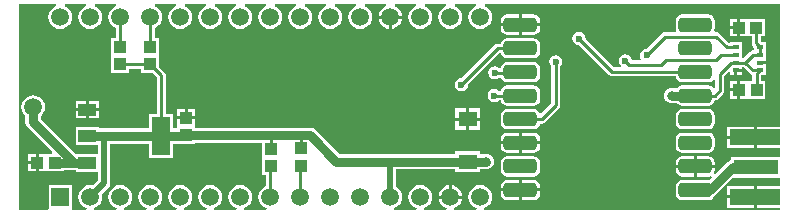
<source format=gtl>
G04*
G04 #@! TF.GenerationSoftware,Altium Limited,Altium Designer,18.1.8 (232)*
G04*
G04 Layer_Physical_Order=1*
G04 Layer_Color=255*
%FSLAX25Y25*%
%MOIN*%
G70*
G01*
G75*
%ADD26R,0.05906X0.12795*%
%ADD27R,0.05906X0.03937*%
G04:AMPARAMS|DCode=28|XSize=110.24mil|YSize=47.24mil|CornerRadius=11.81mil|HoleSize=0mil|Usage=FLASHONLY|Rotation=180.000|XOffset=0mil|YOffset=0mil|HoleType=Round|Shape=RoundedRectangle|*
%AMROUNDEDRECTD28*
21,1,0.11024,0.02362,0,0,180.0*
21,1,0.08661,0.04724,0,0,180.0*
1,1,0.02362,-0.04331,0.01181*
1,1,0.02362,0.04331,0.01181*
1,1,0.02362,0.04331,-0.01181*
1,1,0.02362,-0.04331,-0.01181*
%
%ADD28ROUNDEDRECTD28*%
%ADD29R,0.14961X0.05000*%
%ADD30R,0.16535X0.05315*%
%ADD31R,0.03937X0.03937*%
%ADD32R,0.01968X0.01378*%
%ADD33R,0.03937X0.03937*%
%ADD34R,0.06299X0.05118*%
%ADD35C,0.03000*%
%ADD36C,0.01000*%
%ADD37C,0.02000*%
%ADD38C,0.03937*%
%ADD39C,0.05906*%
%ADD40R,0.05906X0.05906*%
%ADD41C,0.02362*%
%ADD42C,0.03150*%
G36*
X254880Y28998D02*
X247100D01*
Y25341D01*
Y21684D01*
X254880D01*
Y19000D01*
X238526D01*
Y17915D01*
X238225Y17855D01*
X237398Y17302D01*
X233303Y13208D01*
X232915Y13527D01*
X233019Y13683D01*
X233188Y14534D01*
Y15215D01*
X227134D01*
Y12310D01*
X230965D01*
X231816Y12479D01*
X231972Y12584D01*
X232291Y12195D01*
X231279Y11184D01*
X230965Y11246D01*
X222303D01*
X221452Y11077D01*
X220731Y10595D01*
X220249Y9873D01*
X220079Y9022D01*
Y6660D01*
X220249Y5809D01*
X220731Y5087D01*
X221452Y4605D01*
X222303Y4436D01*
X230965D01*
X231816Y4605D01*
X232537Y5087D01*
X233019Y5809D01*
X233022Y5824D01*
X233343Y6039D01*
X239305Y12000D01*
X254880D01*
Y9317D01*
X247113D01*
Y5659D01*
Y2002D01*
X254880D01*
Y1220D01*
X156304D01*
X156204Y1720D01*
X156993Y2047D01*
X157819Y2681D01*
X158453Y3507D01*
X158851Y4468D01*
X158987Y5500D01*
X158851Y6532D01*
X158453Y7493D01*
X157819Y8319D01*
X156993Y8953D01*
X156032Y9351D01*
X155000Y9487D01*
X153968Y9351D01*
X153007Y8953D01*
X152181Y8319D01*
X151547Y7493D01*
X151149Y6532D01*
X151013Y5500D01*
X151149Y4468D01*
X151547Y3507D01*
X152181Y2681D01*
X153007Y2047D01*
X153796Y1720D01*
X153697Y1220D01*
X146303D01*
X146204Y1720D01*
X146993Y2047D01*
X147819Y2681D01*
X148453Y3507D01*
X148851Y4468D01*
X148921Y5000D01*
X141079D01*
X141149Y4468D01*
X141547Y3507D01*
X142181Y2681D01*
X143007Y2047D01*
X143796Y1720D01*
X143696Y1220D01*
X136303D01*
X136204Y1720D01*
X136993Y2047D01*
X137819Y2681D01*
X138453Y3507D01*
X138851Y4468D01*
X138987Y5500D01*
X138851Y6532D01*
X138453Y7493D01*
X137819Y8319D01*
X136993Y8953D01*
X136032Y9351D01*
X135000Y9487D01*
X133968Y9351D01*
X133007Y8953D01*
X132181Y8319D01*
X131547Y7493D01*
X131149Y6532D01*
X131013Y5500D01*
X131149Y4468D01*
X131547Y3507D01*
X132181Y2681D01*
X133007Y2047D01*
X133796Y1720D01*
X133696Y1220D01*
X126304D01*
X126204Y1720D01*
X126993Y2047D01*
X127819Y2681D01*
X128453Y3507D01*
X128851Y4468D01*
X128987Y5500D01*
X128851Y6532D01*
X128453Y7493D01*
X127819Y8319D01*
X127039Y8918D01*
Y14764D01*
X146650D01*
Y13754D01*
X154950D01*
Y14764D01*
X156635D01*
X157000Y14716D01*
X157672Y14805D01*
X158299Y15064D01*
X158836Y15477D01*
X159249Y16015D01*
X159509Y16641D01*
X159597Y17313D01*
X159509Y17986D01*
X159249Y18612D01*
X158836Y19150D01*
X158299Y19562D01*
X157672Y19822D01*
X157000Y19910D01*
X156635Y19862D01*
X154950D01*
Y20872D01*
X146650D01*
Y19862D01*
X108053D01*
X100066Y27850D01*
X99239Y28402D01*
X98263Y28596D01*
X59969D01*
Y31453D01*
X57000D01*
X54032D01*
Y28349D01*
X52556D01*
Y33198D01*
X50133D01*
Y46144D01*
X50016Y46729D01*
X49685Y47226D01*
X47969Y48942D01*
Y52684D01*
Y58621D01*
X46529D01*
Y61855D01*
X46993Y62047D01*
X47819Y62681D01*
X48453Y63507D01*
X48851Y64468D01*
X48987Y65500D01*
X48851Y66532D01*
X48453Y67493D01*
X47819Y68319D01*
X46993Y68953D01*
X46446Y69180D01*
X46545Y69680D01*
X53455D01*
X53554Y69180D01*
X53007Y68953D01*
X52181Y68319D01*
X51547Y67493D01*
X51149Y66532D01*
X51013Y65500D01*
X51149Y64468D01*
X51547Y63507D01*
X52181Y62681D01*
X53007Y62047D01*
X53968Y61649D01*
X55000Y61513D01*
X56032Y61649D01*
X56993Y62047D01*
X57819Y62681D01*
X58453Y63507D01*
X58851Y64468D01*
X58987Y65500D01*
X58851Y66532D01*
X58453Y67493D01*
X57819Y68319D01*
X56993Y68953D01*
X56445Y69180D01*
X56545Y69680D01*
X63455D01*
X63555Y69180D01*
X63007Y68953D01*
X62181Y68319D01*
X61547Y67493D01*
X61149Y66532D01*
X61013Y65500D01*
X61149Y64468D01*
X61547Y63507D01*
X62181Y62681D01*
X63007Y62047D01*
X63968Y61649D01*
X65000Y61513D01*
X66032Y61649D01*
X66993Y62047D01*
X67819Y62681D01*
X68453Y63507D01*
X68851Y64468D01*
X68987Y65500D01*
X68851Y66532D01*
X68453Y67493D01*
X67819Y68319D01*
X66993Y68953D01*
X66445Y69180D01*
X66545Y69680D01*
X73455D01*
X73554Y69180D01*
X73007Y68953D01*
X72181Y68319D01*
X71547Y67493D01*
X71149Y66532D01*
X71013Y65500D01*
X71149Y64468D01*
X71547Y63507D01*
X72181Y62681D01*
X73007Y62047D01*
X73968Y61649D01*
X75000Y61513D01*
X76032Y61649D01*
X76993Y62047D01*
X77819Y62681D01*
X78453Y63507D01*
X78851Y64468D01*
X78987Y65500D01*
X78851Y66532D01*
X78453Y67493D01*
X77819Y68319D01*
X76993Y68953D01*
X76446Y69180D01*
X76545Y69680D01*
X83455D01*
X83555Y69180D01*
X83007Y68953D01*
X82181Y68319D01*
X81547Y67493D01*
X81149Y66532D01*
X81013Y65500D01*
X81149Y64468D01*
X81547Y63507D01*
X82181Y62681D01*
X83007Y62047D01*
X83968Y61649D01*
X85000Y61513D01*
X86032Y61649D01*
X86993Y62047D01*
X87819Y62681D01*
X88453Y63507D01*
X88851Y64468D01*
X88987Y65500D01*
X88851Y66532D01*
X88453Y67493D01*
X87819Y68319D01*
X86993Y68953D01*
X86445Y69180D01*
X86545Y69680D01*
X93455D01*
X93555Y69180D01*
X93007Y68953D01*
X92181Y68319D01*
X91547Y67493D01*
X91149Y66532D01*
X91013Y65500D01*
X91149Y64468D01*
X91547Y63507D01*
X92181Y62681D01*
X93007Y62047D01*
X93968Y61649D01*
X95000Y61513D01*
X96032Y61649D01*
X96993Y62047D01*
X97819Y62681D01*
X98453Y63507D01*
X98851Y64468D01*
X98987Y65500D01*
X98851Y66532D01*
X98453Y67493D01*
X97819Y68319D01*
X96993Y68953D01*
X96446Y69180D01*
X96545Y69680D01*
X103455D01*
X103554Y69180D01*
X103007Y68953D01*
X102181Y68319D01*
X101547Y67493D01*
X101149Y66532D01*
X101013Y65500D01*
X101149Y64468D01*
X101547Y63507D01*
X102181Y62681D01*
X103007Y62047D01*
X103968Y61649D01*
X105000Y61513D01*
X106032Y61649D01*
X106993Y62047D01*
X107819Y62681D01*
X108453Y63507D01*
X108851Y64468D01*
X108987Y65500D01*
X108851Y66532D01*
X108453Y67493D01*
X107819Y68319D01*
X106993Y68953D01*
X106446Y69180D01*
X106545Y69680D01*
X113455D01*
X113555Y69180D01*
X113007Y68953D01*
X112181Y68319D01*
X111547Y67493D01*
X111149Y66532D01*
X111013Y65500D01*
X111149Y64468D01*
X111547Y63507D01*
X112181Y62681D01*
X113007Y62047D01*
X113968Y61649D01*
X115000Y61513D01*
X116032Y61649D01*
X116993Y62047D01*
X117819Y62681D01*
X118453Y63507D01*
X118851Y64468D01*
X118987Y65500D01*
X118851Y66532D01*
X118453Y67493D01*
X117819Y68319D01*
X116993Y68953D01*
X116446Y69180D01*
X116545Y69680D01*
X123455D01*
X123555Y69180D01*
X123007Y68953D01*
X122181Y68319D01*
X121547Y67493D01*
X121149Y66532D01*
X121079Y66000D01*
X128921D01*
X128851Y66532D01*
X128453Y67493D01*
X127819Y68319D01*
X126993Y68953D01*
X126445Y69180D01*
X126545Y69680D01*
X133455D01*
X133554Y69180D01*
X133007Y68953D01*
X132181Y68319D01*
X131547Y67493D01*
X131149Y66532D01*
X131013Y65500D01*
X131149Y64468D01*
X131547Y63507D01*
X132181Y62681D01*
X133007Y62047D01*
X133968Y61649D01*
X135000Y61513D01*
X136032Y61649D01*
X136993Y62047D01*
X137819Y62681D01*
X138453Y63507D01*
X138851Y64468D01*
X138987Y65500D01*
X138851Y66532D01*
X138453Y67493D01*
X137819Y68319D01*
X136993Y68953D01*
X136445Y69180D01*
X136545Y69680D01*
X143455D01*
X143554Y69180D01*
X143007Y68953D01*
X142181Y68319D01*
X141547Y67493D01*
X141149Y66532D01*
X141013Y65500D01*
X141149Y64468D01*
X141547Y63507D01*
X142181Y62681D01*
X143007Y62047D01*
X143968Y61649D01*
X145000Y61513D01*
X146032Y61649D01*
X146993Y62047D01*
X147819Y62681D01*
X148453Y63507D01*
X148851Y64468D01*
X148987Y65500D01*
X148851Y66532D01*
X148453Y67493D01*
X147819Y68319D01*
X146993Y68953D01*
X146446Y69180D01*
X146545Y69680D01*
X153455D01*
X153554Y69180D01*
X153007Y68953D01*
X152181Y68319D01*
X151547Y67493D01*
X151149Y66532D01*
X151013Y65500D01*
X151149Y64468D01*
X151547Y63507D01*
X152181Y62681D01*
X153007Y62047D01*
X153968Y61649D01*
X155000Y61513D01*
X156032Y61649D01*
X156993Y62047D01*
X157819Y62681D01*
X158453Y63507D01*
X158851Y64468D01*
X158987Y65500D01*
X158851Y66532D01*
X158453Y67493D01*
X157819Y68319D01*
X156993Y68953D01*
X156446Y69180D01*
X156545Y69680D01*
X254880D01*
Y28998D01*
D02*
G37*
G36*
X33555Y69180D02*
X33007Y68953D01*
X32181Y68319D01*
X31547Y67493D01*
X31149Y66532D01*
X31013Y65500D01*
X31149Y64468D01*
X31547Y63507D01*
X32181Y62681D01*
X33007Y62047D01*
X33470Y61855D01*
Y58621D01*
X32031D01*
Y52684D01*
Y46779D01*
X37968D01*
Y48218D01*
X42032D01*
Y46779D01*
X45806D01*
X47074Y45511D01*
Y33198D01*
X44650D01*
Y28349D01*
X27950D01*
Y28769D01*
X20044D01*
Y22831D01*
X27561D01*
Y19910D01*
X20095D01*
X8454Y31550D01*
Y32407D01*
X8725Y32614D01*
X9358Y33440D01*
X9756Y34401D01*
X9892Y35433D01*
X9756Y36465D01*
X9358Y37426D01*
X8725Y38252D01*
X7899Y38886D01*
X6937Y39284D01*
X5905Y39420D01*
X4874Y39284D01*
X3912Y38886D01*
X3086Y38252D01*
X2453Y37426D01*
X2054Y36465D01*
X1919Y35433D01*
X2054Y34401D01*
X2453Y33440D01*
X3086Y32614D01*
X3356Y32407D01*
Y30495D01*
X3551Y29519D01*
X4103Y28692D01*
X12365Y20430D01*
X12173Y19969D01*
X7747D01*
Y17000D01*
Y14032D01*
X16121D01*
Y14393D01*
X20044D01*
Y13973D01*
X27561D01*
Y10945D01*
X25975Y9358D01*
X25000Y9487D01*
X23968Y9351D01*
X23007Y8953D01*
X22181Y8319D01*
X21547Y7493D01*
X21149Y6532D01*
X21013Y5500D01*
X21149Y4468D01*
X21547Y3507D01*
X22181Y2681D01*
X23007Y2047D01*
X23796Y1720D01*
X23697Y1220D01*
X19317D01*
X18953Y1547D01*
X18953Y1720D01*
Y9453D01*
X11047D01*
Y1720D01*
X11047Y1547D01*
X10683Y1220D01*
X1220D01*
Y69680D01*
X13455D01*
X13555Y69180D01*
X13007Y68953D01*
X12181Y68319D01*
X11547Y67493D01*
X11149Y66532D01*
X11013Y65500D01*
X11149Y64468D01*
X11547Y63507D01*
X12181Y62681D01*
X13007Y62047D01*
X13968Y61649D01*
X15000Y61513D01*
X16032Y61649D01*
X16993Y62047D01*
X17819Y62681D01*
X18453Y63507D01*
X18851Y64468D01*
X18987Y65500D01*
X18851Y66532D01*
X18453Y67493D01*
X17819Y68319D01*
X16993Y68953D01*
X16445Y69180D01*
X16545Y69680D01*
X23455D01*
X23554Y69180D01*
X23007Y68953D01*
X22181Y68319D01*
X21547Y67493D01*
X21149Y66532D01*
X21013Y65500D01*
X21149Y64468D01*
X21547Y63507D01*
X22181Y62681D01*
X23007Y62047D01*
X23968Y61649D01*
X25000Y61513D01*
X26032Y61649D01*
X26993Y62047D01*
X27819Y62681D01*
X28453Y63507D01*
X28851Y64468D01*
X28987Y65500D01*
X28851Y66532D01*
X28453Y67493D01*
X27819Y68319D01*
X26993Y68953D01*
X26445Y69180D01*
X26545Y69680D01*
X33455D01*
X33555Y69180D01*
D02*
G37*
G36*
X82131Y18684D02*
Y12779D01*
X83470D01*
Y9145D01*
X83007Y8953D01*
X82181Y8319D01*
X81547Y7493D01*
X81149Y6532D01*
X81013Y5500D01*
X81149Y4468D01*
X81547Y3507D01*
X82181Y2681D01*
X83007Y2047D01*
X83796Y1720D01*
X83697Y1220D01*
X76303D01*
X76204Y1720D01*
X76993Y2047D01*
X77819Y2681D01*
X78453Y3507D01*
X78851Y4468D01*
X78987Y5500D01*
X78851Y6532D01*
X78453Y7493D01*
X77819Y8319D01*
X76993Y8953D01*
X76032Y9351D01*
X75000Y9487D01*
X73968Y9351D01*
X73007Y8953D01*
X72181Y8319D01*
X71547Y7493D01*
X71149Y6532D01*
X71013Y5500D01*
X71149Y4468D01*
X71547Y3507D01*
X72181Y2681D01*
X73007Y2047D01*
X73796Y1720D01*
X73697Y1220D01*
X66303D01*
X66204Y1720D01*
X66993Y2047D01*
X67819Y2681D01*
X68453Y3507D01*
X68851Y4468D01*
X68987Y5500D01*
X68851Y6532D01*
X68453Y7493D01*
X67819Y8319D01*
X66993Y8953D01*
X66032Y9351D01*
X65000Y9487D01*
X63968Y9351D01*
X63007Y8953D01*
X62181Y8319D01*
X61547Y7493D01*
X61149Y6532D01*
X61013Y5500D01*
X61149Y4468D01*
X61547Y3507D01*
X62181Y2681D01*
X63007Y2047D01*
X63796Y1720D01*
X63696Y1220D01*
X56304D01*
X56204Y1720D01*
X56993Y2047D01*
X57819Y2681D01*
X58453Y3507D01*
X58851Y4468D01*
X58987Y5500D01*
X58851Y6532D01*
X58453Y7493D01*
X57819Y8319D01*
X56993Y8953D01*
X56032Y9351D01*
X55000Y9487D01*
X53968Y9351D01*
X53007Y8953D01*
X52181Y8319D01*
X51547Y7493D01*
X51149Y6532D01*
X51013Y5500D01*
X51149Y4468D01*
X51547Y3507D01*
X52181Y2681D01*
X53007Y2047D01*
X53796Y1720D01*
X53697Y1220D01*
X46303D01*
X46204Y1720D01*
X46993Y2047D01*
X47819Y2681D01*
X48453Y3507D01*
X48851Y4468D01*
X48987Y5500D01*
X48851Y6532D01*
X48453Y7493D01*
X47819Y8319D01*
X46993Y8953D01*
X46032Y9351D01*
X45000Y9487D01*
X43968Y9351D01*
X43007Y8953D01*
X42181Y8319D01*
X41547Y7493D01*
X41149Y6532D01*
X41013Y5500D01*
X41149Y4468D01*
X41547Y3507D01*
X42181Y2681D01*
X43007Y2047D01*
X43796Y1720D01*
X43696Y1220D01*
X36303D01*
X36204Y1720D01*
X36993Y2047D01*
X37819Y2681D01*
X38453Y3507D01*
X38851Y4468D01*
X38987Y5500D01*
X38851Y6532D01*
X38453Y7493D01*
X37819Y8319D01*
X36993Y8953D01*
X36032Y9351D01*
X35000Y9487D01*
X33968Y9351D01*
X33007Y8953D01*
X32181Y8319D01*
X31547Y7493D01*
X31149Y6532D01*
X31013Y5500D01*
X31149Y4468D01*
X31547Y3507D01*
X32181Y2681D01*
X33007Y2047D01*
X33796Y1720D01*
X33696Y1220D01*
X26303D01*
X26204Y1720D01*
X26993Y2047D01*
X27819Y2681D01*
X28453Y3507D01*
X28851Y4468D01*
X28987Y5500D01*
X28859Y6475D01*
X31042Y8658D01*
X31484Y9320D01*
X31639Y10100D01*
Y23251D01*
X44650D01*
Y18402D01*
X52556D01*
Y23251D01*
X54032D01*
Y23079D01*
X59969D01*
Y23498D01*
X82131D01*
Y18684D01*
D02*
G37*
%LPC*%
G36*
X172697Y66364D02*
X168866D01*
Y63459D01*
X174921D01*
Y64140D01*
X174751Y64991D01*
X174269Y65713D01*
X173548Y66195D01*
X172697Y66364D01*
D02*
G37*
G36*
X167866D02*
X164035D01*
X163184Y66195D01*
X162463Y65713D01*
X161981Y64991D01*
X161812Y64140D01*
Y63459D01*
X167866D01*
Y66364D01*
D02*
G37*
G36*
X240547Y64968D02*
X238079D01*
Y62500D01*
X240547D01*
Y64968D01*
D02*
G37*
G36*
X128921Y65000D02*
X125500D01*
Y61579D01*
X126032Y61649D01*
X126993Y62047D01*
X127819Y62681D01*
X128453Y63507D01*
X128851Y64468D01*
X128921Y65000D01*
D02*
G37*
G36*
X124500D02*
X121079D01*
X121149Y64468D01*
X121547Y63507D01*
X122181Y62681D01*
X123007Y62047D01*
X123968Y61649D01*
X124500Y61579D01*
Y65000D01*
D02*
G37*
G36*
X174921Y62459D02*
X168866D01*
Y59554D01*
X172697D01*
X173548Y59723D01*
X174269Y60205D01*
X174751Y60927D01*
X174921Y61778D01*
Y62459D01*
D02*
G37*
G36*
X167866D02*
X161812D01*
Y61778D01*
X161981Y60927D01*
X162463Y60205D01*
X163184Y59723D01*
X164035Y59554D01*
X167866D01*
Y62459D01*
D02*
G37*
G36*
X240547Y61500D02*
X238079D01*
Y59031D01*
X240547D01*
Y61500D01*
D02*
G37*
G36*
X230965Y66364D02*
X222303D01*
X221452Y66195D01*
X220731Y65713D01*
X220249Y64991D01*
X220079Y64140D01*
Y61778D01*
X220239Y60977D01*
X220213Y60839D01*
X220019Y60477D01*
X216647D01*
X216062Y60360D01*
X215566Y60029D01*
X210451Y54914D01*
X210400Y54924D01*
X209549Y54755D01*
X208827Y54273D01*
X208345Y53551D01*
X208176Y52700D01*
X208345Y51849D01*
X208559Y51529D01*
X208292Y51029D01*
X205498D01*
X205355Y51751D01*
X204872Y52473D01*
X204151Y52955D01*
X203300Y53124D01*
X202449Y52955D01*
X201728Y52473D01*
X201245Y51751D01*
X201076Y50900D01*
X201245Y50049D01*
X201728Y49327D01*
X201858Y49240D01*
X201706Y48740D01*
X199622D01*
X190114Y58249D01*
X190124Y58300D01*
X189954Y59151D01*
X189472Y59873D01*
X188751Y60355D01*
X187900Y60524D01*
X187049Y60355D01*
X186328Y59873D01*
X185845Y59151D01*
X185676Y58300D01*
X185845Y57449D01*
X186328Y56727D01*
X187049Y56245D01*
X187900Y56076D01*
X187951Y56086D01*
X197907Y46130D01*
X198404Y45798D01*
X198989Y45682D01*
X220149D01*
X220249Y45179D01*
X220731Y44457D01*
X221452Y43975D01*
X222303Y43806D01*
X230965D01*
X231816Y43975D01*
X232537Y44457D01*
X232771Y44807D01*
X233271Y44655D01*
Y41893D01*
X232771Y41741D01*
X232537Y42091D01*
X231816Y42573D01*
X230965Y42742D01*
X222303D01*
X221452Y42573D01*
X220731Y42091D01*
X220569Y41849D01*
X219165D01*
X218800Y41897D01*
X218128Y41809D01*
X217501Y41549D01*
X216964Y41136D01*
X216551Y40598D01*
X216291Y39972D01*
X216203Y39300D01*
X216291Y38628D01*
X216551Y38001D01*
X216964Y37464D01*
X217501Y37051D01*
X218128Y36792D01*
X218800Y36703D01*
X219165Y36751D01*
X220619D01*
X220731Y36583D01*
X221452Y36101D01*
X222303Y35932D01*
X230965D01*
X231816Y36101D01*
X232537Y36583D01*
X233019Y37305D01*
X233119Y37808D01*
X233126D01*
X233711Y37924D01*
X234207Y38256D01*
X235881Y39930D01*
X236213Y40426D01*
X236329Y41011D01*
Y45967D01*
X237718Y47355D01*
X238180Y47164D01*
Y46072D01*
X239665D01*
Y47761D01*
X240165D01*
Y48261D01*
X242149D01*
Y48784D01*
X242649Y48788D01*
X244757Y46680D01*
X245253Y46349D01*
X245523Y46295D01*
Y44268D01*
X241647D01*
Y41300D01*
Y38331D01*
X250021D01*
Y44268D01*
X248582D01*
Y45945D01*
X248709Y46072D01*
X250220D01*
Y48632D01*
Y49821D01*
X248235D01*
Y50820D01*
X250220D01*
Y51191D01*
Y53750D01*
Y57127D01*
X248709D01*
X248482Y57355D01*
Y59031D01*
X249921D01*
Y64968D01*
X241547D01*
Y62000D01*
Y59031D01*
X245423D01*
Y56721D01*
X245540Y56136D01*
X245871Y55640D01*
X246251Y55260D01*
Y54409D01*
X245839D01*
X245253Y54293D01*
X244757Y53961D01*
X242649Y51853D01*
X242149Y51857D01*
Y53750D01*
Y57127D01*
X238180D01*
Y57003D01*
X237680Y56983D01*
X234634Y60029D01*
X234138Y60360D01*
X233553Y60477D01*
X233249D01*
X233055Y60839D01*
X233029Y60977D01*
X233188Y61778D01*
Y64140D01*
X233019Y64991D01*
X232537Y65713D01*
X231816Y66195D01*
X230965Y66364D01*
D02*
G37*
G36*
X172697Y58490D02*
X164035D01*
X163184Y58321D01*
X162463Y57839D01*
X161981Y57117D01*
X161881Y56614D01*
X160785D01*
X160200Y56498D01*
X159704Y56166D01*
X148751Y45214D01*
X148700Y45224D01*
X147849Y45055D01*
X147127Y44572D01*
X146645Y43851D01*
X146476Y43000D01*
X146645Y42149D01*
X147127Y41427D01*
X147849Y40945D01*
X148700Y40776D01*
X149551Y40945D01*
X150273Y41427D01*
X150754Y42149D01*
X150924Y43000D01*
X150914Y43051D01*
X161408Y53545D01*
X161893Y53494D01*
X161981Y53053D01*
X162463Y52331D01*
X163184Y51849D01*
X164035Y51680D01*
X172697D01*
X173548Y51849D01*
X174269Y52331D01*
X174751Y53053D01*
X174921Y53904D01*
Y56266D01*
X174751Y57117D01*
X174269Y57839D01*
X173548Y58321D01*
X172697Y58490D01*
D02*
G37*
G36*
Y50616D02*
X164035D01*
X163184Y50447D01*
X162463Y49965D01*
X161981Y49243D01*
X161851Y48588D01*
X161334Y48498D01*
X160651Y48955D01*
X159800Y49124D01*
X158949Y48955D01*
X158228Y48472D01*
X157746Y47751D01*
X157576Y46900D01*
X157746Y46049D01*
X158228Y45327D01*
X158949Y44845D01*
X159800Y44676D01*
X160651Y44845D01*
X161372Y45327D01*
X161401Y45371D01*
X161943D01*
X161981Y45179D01*
X162463Y44457D01*
X163184Y43975D01*
X164035Y43806D01*
X172697D01*
X173548Y43975D01*
X174269Y44457D01*
X174751Y45179D01*
X174921Y46030D01*
Y48392D01*
X174751Y49243D01*
X174269Y49965D01*
X173548Y50447D01*
X172697Y50616D01*
D02*
G37*
G36*
X242149Y47261D02*
X240665D01*
Y46072D01*
X242149D01*
Y47261D01*
D02*
G37*
G36*
X240647Y44268D02*
X238179D01*
Y41800D01*
X240647D01*
Y44268D01*
D02*
G37*
G36*
X172697Y42742D02*
X164035D01*
X163184Y42573D01*
X162463Y42091D01*
X161981Y41369D01*
X161873Y40829D01*
X161201D01*
X161172Y40872D01*
X160451Y41355D01*
X159600Y41524D01*
X158749Y41355D01*
X158028Y40872D01*
X157545Y40151D01*
X157376Y39300D01*
X157545Y38449D01*
X158028Y37727D01*
X158749Y37245D01*
X159600Y37076D01*
X160451Y37245D01*
X161172Y37727D01*
X161201Y37771D01*
X161888D01*
X161981Y37305D01*
X162463Y36583D01*
X163184Y36101D01*
X164035Y35932D01*
X172697D01*
X173548Y36101D01*
X174269Y36583D01*
X174751Y37305D01*
X174921Y38156D01*
Y40518D01*
X174751Y41369D01*
X174269Y42091D01*
X173548Y42573D01*
X172697Y42742D01*
D02*
G37*
G36*
X240647Y40800D02*
X238179D01*
Y38331D01*
X240647D01*
Y40800D01*
D02*
G37*
G36*
X180100Y52824D02*
X179249Y52654D01*
X178527Y52172D01*
X178045Y51451D01*
X177876Y50600D01*
X178045Y49749D01*
X178527Y49027D01*
X178571Y48999D01*
Y36733D01*
X175241Y33404D01*
X174701Y33571D01*
X174269Y34217D01*
X173548Y34699D01*
X172697Y34868D01*
X164035D01*
X163184Y34699D01*
X162463Y34217D01*
X161981Y33495D01*
X161812Y32644D01*
Y30282D01*
X161981Y29431D01*
X162463Y28709D01*
X163184Y28227D01*
X164035Y28058D01*
X172697D01*
X173548Y28227D01*
X174269Y28709D01*
X174751Y29431D01*
X174851Y29934D01*
X175463D01*
X176048Y30050D01*
X176544Y30382D01*
X181181Y35019D01*
X181513Y35515D01*
X181629Y36100D01*
Y48999D01*
X181673Y49027D01*
X182155Y49749D01*
X182324Y50600D01*
X182155Y51451D01*
X181673Y52172D01*
X180951Y52654D01*
X180100Y52824D01*
D02*
G37*
G36*
X59969Y34921D02*
X57500D01*
Y32453D01*
X59969D01*
Y34921D01*
D02*
G37*
G36*
X56500D02*
X54032D01*
Y32453D01*
X56500D01*
Y34921D01*
D02*
G37*
G36*
X154950Y35046D02*
X151300D01*
Y31987D01*
X154950D01*
Y35046D01*
D02*
G37*
G36*
X150300D02*
X146650D01*
Y31987D01*
X150300D01*
Y35046D01*
D02*
G37*
G36*
X230965Y34868D02*
X222303D01*
X221452Y34699D01*
X220731Y34217D01*
X220249Y33495D01*
X220079Y32644D01*
Y30282D01*
X220249Y29431D01*
X220731Y28709D01*
X221452Y28227D01*
X222303Y28058D01*
X230965D01*
X231816Y28227D01*
X232537Y28709D01*
X233019Y29431D01*
X233188Y30282D01*
Y32644D01*
X233019Y33495D01*
X232537Y34217D01*
X231816Y34699D01*
X230965Y34868D01*
D02*
G37*
G36*
X154950Y30987D02*
X151300D01*
Y27928D01*
X154950D01*
Y30987D01*
D02*
G37*
G36*
X150300D02*
X146650D01*
Y27928D01*
X150300D01*
Y30987D01*
D02*
G37*
G36*
X246100Y28998D02*
X237332D01*
Y25841D01*
X246100D01*
Y28998D01*
D02*
G37*
G36*
X172697Y26994D02*
X168866D01*
Y24089D01*
X174921D01*
Y24770D01*
X174751Y25621D01*
X174269Y26343D01*
X173548Y26825D01*
X172697Y26994D01*
D02*
G37*
G36*
X167866D02*
X164035D01*
X163184Y26825D01*
X162463Y26343D01*
X161981Y25621D01*
X161812Y24770D01*
Y24089D01*
X167866D01*
Y26994D01*
D02*
G37*
G36*
X246100Y24841D02*
X237332D01*
Y21684D01*
X246100D01*
Y24841D01*
D02*
G37*
G36*
X230965Y26994D02*
X222303D01*
X221452Y26825D01*
X220731Y26343D01*
X220249Y25621D01*
X220079Y24770D01*
Y22408D01*
X220249Y21557D01*
X220731Y20835D01*
X221452Y20353D01*
X222303Y20184D01*
X230965D01*
X231816Y20353D01*
X232537Y20835D01*
X233019Y21557D01*
X233188Y22408D01*
Y24770D01*
X233019Y25621D01*
X232537Y26343D01*
X231816Y26825D01*
X230965Y26994D01*
D02*
G37*
G36*
X174921Y23089D02*
X168866D01*
Y20184D01*
X172697D01*
X173548Y20353D01*
X174269Y20835D01*
X174751Y21557D01*
X174921Y22408D01*
Y23089D01*
D02*
G37*
G36*
X167866D02*
X161812D01*
Y22408D01*
X161981Y21557D01*
X162463Y20835D01*
X163184Y20353D01*
X164035Y20184D01*
X167866D01*
Y23089D01*
D02*
G37*
G36*
X230965Y19120D02*
X227134D01*
Y16215D01*
X233188D01*
Y16896D01*
X233019Y17747D01*
X232537Y18469D01*
X231816Y18951D01*
X230965Y19120D01*
D02*
G37*
G36*
X226134D02*
X222303D01*
X221452Y18951D01*
X220731Y18469D01*
X220249Y17747D01*
X220079Y16896D01*
Y16215D01*
X226134D01*
Y19120D01*
D02*
G37*
G36*
Y15215D02*
X220079D01*
Y14534D01*
X220249Y13683D01*
X220731Y12961D01*
X221452Y12479D01*
X222303Y12310D01*
X226134D01*
Y15215D01*
D02*
G37*
G36*
X172697Y19120D02*
X164035D01*
X163184Y18951D01*
X162463Y18469D01*
X161981Y17747D01*
X161812Y16896D01*
Y14534D01*
X161981Y13683D01*
X162463Y12961D01*
X163184Y12479D01*
X164035Y12310D01*
X172697D01*
X173548Y12479D01*
X174269Y12961D01*
X174751Y13683D01*
X174921Y14534D01*
Y16896D01*
X174751Y17747D01*
X174269Y18469D01*
X173548Y18951D01*
X172697Y19120D01*
D02*
G37*
G36*
Y11246D02*
X168866D01*
Y8341D01*
X174921D01*
Y9022D01*
X174751Y9873D01*
X174269Y10595D01*
X173548Y11077D01*
X172697Y11246D01*
D02*
G37*
G36*
X167866D02*
X164035D01*
X163184Y11077D01*
X162463Y10595D01*
X161981Y9873D01*
X161812Y9022D01*
Y8341D01*
X167866D01*
Y11246D01*
D02*
G37*
G36*
X246113Y9317D02*
X237345D01*
Y6159D01*
X246113D01*
Y9317D01*
D02*
G37*
G36*
X145500Y9421D02*
Y6000D01*
X148921D01*
X148851Y6532D01*
X148453Y7493D01*
X147819Y8319D01*
X146993Y8953D01*
X146032Y9351D01*
X145500Y9421D01*
D02*
G37*
G36*
X144500D02*
X143968Y9351D01*
X143007Y8953D01*
X142181Y8319D01*
X141547Y7493D01*
X141149Y6532D01*
X141079Y6000D01*
X144500D01*
Y9421D01*
D02*
G37*
G36*
X174921Y7341D02*
X168866D01*
Y4436D01*
X172697D01*
X173548Y4605D01*
X174269Y5087D01*
X174751Y5809D01*
X174921Y6660D01*
Y7341D01*
D02*
G37*
G36*
X167866D02*
X161812D01*
Y6660D01*
X161981Y5809D01*
X162463Y5087D01*
X163184Y4605D01*
X164035Y4436D01*
X167866D01*
Y7341D01*
D02*
G37*
G36*
X246113Y5159D02*
X237345D01*
Y2002D01*
X246113D01*
Y5159D01*
D02*
G37*
G36*
X27950Y37627D02*
X24497D01*
Y35158D01*
X27950D01*
Y37627D01*
D02*
G37*
G36*
X23497D02*
X20044D01*
Y35158D01*
X23497D01*
Y37627D01*
D02*
G37*
G36*
X27950Y34158D02*
X24497D01*
Y31690D01*
X27950D01*
Y34158D01*
D02*
G37*
G36*
X23497D02*
X20044D01*
Y31690D01*
X23497D01*
Y34158D01*
D02*
G37*
G36*
X6747Y19969D02*
X4279D01*
Y17500D01*
X6747D01*
Y19969D01*
D02*
G37*
G36*
Y16500D02*
X4279D01*
Y14032D01*
X6747D01*
Y16500D01*
D02*
G37*
%LPD*%
D26*
X48603Y25800D02*
D03*
D27*
X23997Y16942D02*
D03*
Y25800D02*
D03*
Y34658D02*
D03*
D28*
X226634Y7841D02*
D03*
Y15715D02*
D03*
Y23589D02*
D03*
Y31463D02*
D03*
Y39337D02*
D03*
Y47211D02*
D03*
Y55085D02*
D03*
Y62959D02*
D03*
X168366Y7841D02*
D03*
Y15715D02*
D03*
Y23589D02*
D03*
Y31463D02*
D03*
Y39337D02*
D03*
Y47211D02*
D03*
Y55085D02*
D03*
Y62959D02*
D03*
D29*
X247006Y15500D02*
D03*
D30*
X246613Y5659D02*
D03*
X246600Y25341D02*
D03*
D31*
X85100Y15747D02*
D03*
Y21653D02*
D03*
X95100Y15847D02*
D03*
Y21753D02*
D03*
X45000Y55653D02*
D03*
Y49747D02*
D03*
X35000D02*
D03*
Y55653D02*
D03*
X57000Y26047D02*
D03*
Y31953D02*
D03*
D32*
X248235Y47761D02*
D03*
Y50321D02*
D03*
Y52880D02*
D03*
Y55439D02*
D03*
X240165D02*
D03*
Y52880D02*
D03*
Y50321D02*
D03*
Y47761D02*
D03*
D33*
X13153Y17000D02*
D03*
X7247D02*
D03*
X241047Y62000D02*
D03*
X246953D02*
D03*
X241147Y41300D02*
D03*
X247053D02*
D03*
D34*
X150800Y31487D02*
D03*
Y17313D02*
D03*
D35*
X13153Y16942D02*
X19458D01*
X106997Y17313D02*
X125000D01*
X98263Y26047D02*
X106997Y17313D01*
X95100Y26047D02*
X98263D01*
X85100D02*
X95100D01*
X95100Y26047D02*
X95100Y26047D01*
X57000D02*
X85100D01*
X85100Y26047D02*
X85100Y26047D01*
X29600Y25800D02*
X48603D01*
X23997D02*
X29600D01*
X239200Y15500D02*
X247400D01*
X231541Y7841D02*
X239200Y15500D01*
X222697Y7841D02*
X231541D01*
X125000Y17313D02*
X150800D01*
X222660Y39300D02*
X222697Y39337D01*
X218800Y39300D02*
X222660D01*
X150800Y17313D02*
X157000D01*
X19458Y16942D02*
X23997D01*
X5905Y30495D02*
Y35433D01*
Y30495D02*
X19458Y16942D01*
X56753Y25800D02*
X57000Y26047D01*
X48603Y25800D02*
X56753D01*
D36*
X95100Y21753D02*
Y26047D01*
X85100Y21653D02*
Y26047D01*
X94900Y5600D02*
Y15847D01*
X85000Y5500D02*
Y15747D01*
X171440Y39000D02*
X172040Y39600D01*
X159600Y39300D02*
X171140D01*
X171440Y39000D01*
X215300Y49500D02*
X217023Y51223D01*
X204700Y49500D02*
X215300D01*
X203300Y50900D02*
X204700Y49500D01*
X180100Y36100D02*
Y50600D01*
X179600Y35600D02*
X180100Y36100D01*
Y50600D02*
Y50646D01*
X175463Y31463D02*
X179600Y35600D01*
X198989Y47211D02*
X222697D01*
X187900Y58300D02*
X198989Y47211D01*
X160785Y55085D02*
X172303D01*
X148700Y43000D02*
X160785Y55085D01*
X171414Y46900D02*
X172014Y47500D01*
X235179Y52880D02*
X240165D01*
X233523Y51223D02*
X235179Y52880D01*
X217023Y51223D02*
X233523D01*
X237061Y55439D02*
X240165D01*
X233553Y58947D02*
X237061Y55439D01*
X216647Y58947D02*
X233553D01*
X234800Y46600D02*
X238521Y50321D01*
X234800Y41011D02*
Y46600D01*
X233126Y39337D02*
X234800Y41011D01*
X210400Y52700D02*
X216647Y58947D01*
X159800Y46900D02*
X171414D01*
X172303Y31463D02*
X175463D01*
X172040Y39600D02*
X172303Y39337D01*
X172014Y47500D02*
X172303Y47211D01*
X238521Y50321D02*
X240165D01*
X222697Y39337D02*
X233126D01*
X246953Y56721D02*
Y62000D01*
Y56721D02*
X248235Y55439D01*
X247053Y41300D02*
Y46579D01*
X248235Y47761D01*
Y52880D02*
Y55439D01*
X243280Y50321D02*
X245839Y52880D01*
X248235D01*
X245839Y47761D02*
X248235D01*
X243280Y50321D02*
X245839Y47761D01*
X240165Y50321D02*
X243280D01*
X94900Y5600D02*
X95000Y5500D01*
X85000Y5500D02*
X85000Y5500D01*
X45000Y65500D02*
X45000Y65500D01*
Y55653D02*
Y65500D01*
X35000D02*
X35000Y65500D01*
X35000Y55653D02*
Y65500D01*
X48603Y25800D02*
Y46144D01*
X45000Y49747D02*
X48603Y46144D01*
X35000Y49747D02*
X45000D01*
D37*
X29600Y10100D02*
Y25800D01*
X25000Y5500D02*
X29600Y10100D01*
X125000Y5500D02*
Y17313D01*
D38*
X247400Y15500D02*
D03*
D39*
X125000Y5500D02*
D03*
X115000D02*
D03*
X105000D02*
D03*
X95000D02*
D03*
X85000D02*
D03*
X75000D02*
D03*
X65000D02*
D03*
X55000D02*
D03*
X45000D02*
D03*
X35000D02*
D03*
X25000D02*
D03*
X15000Y65500D02*
D03*
X25000D02*
D03*
X35000D02*
D03*
X45000D02*
D03*
X55000D02*
D03*
X65000D02*
D03*
X75000D02*
D03*
X85000D02*
D03*
X95000D02*
D03*
X105000D02*
D03*
X115000D02*
D03*
X125000D02*
D03*
X135000Y5500D02*
D03*
X145000D02*
D03*
X155000D02*
D03*
Y65500D02*
D03*
X145000D02*
D03*
X135000D02*
D03*
X5905Y35433D02*
D03*
D40*
X15000Y5500D02*
D03*
D41*
X159600Y39300D02*
D03*
X203300Y50900D02*
D03*
X180100Y50600D02*
D03*
X187900Y58300D02*
D03*
X148700Y43000D02*
D03*
X159800Y46900D02*
D03*
X210400Y52700D02*
D03*
D42*
X31890Y35433D02*
D03*
X102756D02*
D03*
X7087Y42520D02*
D03*
X70866Y14173D02*
D03*
X17717Y35433D02*
D03*
X212598Y42520D02*
D03*
X131102Y35433D02*
D03*
X116929D02*
D03*
X21260Y42520D02*
D03*
X56693Y14173D02*
D03*
X187795Y49606D02*
D03*
X124016Y35433D02*
D03*
X38976D02*
D03*
X74409Y21260D02*
D03*
X67323Y35433D02*
D03*
X88583D02*
D03*
X24803Y49606D02*
D03*
X17717D02*
D03*
X77953Y14173D02*
D03*
X49606D02*
D03*
X38976Y21260D02*
D03*
X205512Y14173D02*
D03*
X138189Y35433D02*
D03*
X95669D02*
D03*
X184252Y42520D02*
D03*
X74409Y35433D02*
D03*
X28346Y42520D02*
D03*
X60236Y21260D02*
D03*
X14173Y56693D02*
D03*
X109843Y35433D02*
D03*
X212598Y14173D02*
D03*
X198425Y28346D02*
D03*
X14173D02*
D03*
X209055Y21260D02*
D03*
X81496Y35433D02*
D03*
X10630Y49606D02*
D03*
X7087Y56693D02*
D03*
X216142Y21260D02*
D03*
X67323D02*
D03*
X14173Y42520D02*
D03*
X42520Y14173D02*
D03*
X63779D02*
D03*
X212598Y63779D02*
D03*
X205512D02*
D03*
X198425D02*
D03*
X218800Y39300D02*
D03*
X157000Y17313D02*
D03*
M02*

</source>
